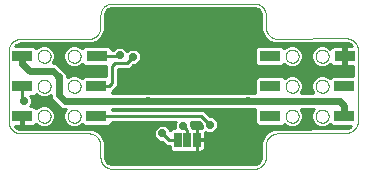
<source format=gbl>
G75*
%MOIN*%
%OFA0B0*%
%FSLAX25Y25*%
%IPPOS*%
%LPD*%
%AMOC8*
5,1,8,0,0,1.08239X$1,22.5*
%
%ADD10C,0.00000*%
%ADD11R,0.02500X0.05000*%
%ADD12R,0.07087X0.03543*%
%ADD13C,0.01000*%
%ADD14OC8,0.02420*%
%ADD15C,0.02400*%
D10*
X0045791Y0032012D02*
X0045915Y0032010D01*
X0046038Y0032004D01*
X0046162Y0031995D01*
X0046284Y0031981D01*
X0046407Y0031964D01*
X0046529Y0031942D01*
X0046650Y0031917D01*
X0046770Y0031888D01*
X0046889Y0031856D01*
X0047008Y0031819D01*
X0047125Y0031779D01*
X0047240Y0031736D01*
X0047355Y0031688D01*
X0047467Y0031637D01*
X0047578Y0031583D01*
X0047688Y0031525D01*
X0047795Y0031464D01*
X0047901Y0031399D01*
X0048004Y0031331D01*
X0048105Y0031260D01*
X0048204Y0031186D01*
X0048301Y0031109D01*
X0048395Y0031028D01*
X0048486Y0030945D01*
X0048575Y0030859D01*
X0048661Y0030770D01*
X0048744Y0030679D01*
X0048825Y0030585D01*
X0048902Y0030488D01*
X0048976Y0030389D01*
X0049047Y0030288D01*
X0049115Y0030185D01*
X0049180Y0030079D01*
X0049241Y0029972D01*
X0049299Y0029862D01*
X0049353Y0029751D01*
X0049404Y0029639D01*
X0049452Y0029524D01*
X0049495Y0029409D01*
X0049535Y0029292D01*
X0049572Y0029173D01*
X0049604Y0029054D01*
X0049633Y0028934D01*
X0049658Y0028813D01*
X0049680Y0028691D01*
X0049697Y0028568D01*
X0049711Y0028446D01*
X0049720Y0028322D01*
X0049726Y0028199D01*
X0049728Y0028075D01*
X0049728Y0024138D01*
X0049730Y0024014D01*
X0049736Y0023891D01*
X0049745Y0023767D01*
X0049759Y0023645D01*
X0049776Y0023522D01*
X0049798Y0023400D01*
X0049823Y0023279D01*
X0049852Y0023159D01*
X0049884Y0023040D01*
X0049921Y0022921D01*
X0049961Y0022804D01*
X0050004Y0022689D01*
X0050052Y0022574D01*
X0050103Y0022462D01*
X0050157Y0022351D01*
X0050215Y0022241D01*
X0050276Y0022134D01*
X0050341Y0022028D01*
X0050409Y0021925D01*
X0050480Y0021824D01*
X0050554Y0021725D01*
X0050631Y0021628D01*
X0050712Y0021534D01*
X0050795Y0021443D01*
X0050881Y0021354D01*
X0050970Y0021268D01*
X0051061Y0021185D01*
X0051155Y0021104D01*
X0051252Y0021027D01*
X0051351Y0020953D01*
X0051452Y0020882D01*
X0051555Y0020814D01*
X0051661Y0020749D01*
X0051768Y0020688D01*
X0051878Y0020630D01*
X0051989Y0020576D01*
X0052101Y0020525D01*
X0052216Y0020477D01*
X0052331Y0020434D01*
X0052448Y0020394D01*
X0052567Y0020357D01*
X0052686Y0020325D01*
X0052806Y0020296D01*
X0052927Y0020271D01*
X0053049Y0020249D01*
X0053172Y0020232D01*
X0053294Y0020218D01*
X0053418Y0020209D01*
X0053541Y0020203D01*
X0053665Y0020201D01*
X0100909Y0020201D01*
X0101033Y0020203D01*
X0101156Y0020209D01*
X0101280Y0020218D01*
X0101402Y0020232D01*
X0101525Y0020249D01*
X0101647Y0020271D01*
X0101768Y0020296D01*
X0101888Y0020325D01*
X0102007Y0020357D01*
X0102126Y0020394D01*
X0102243Y0020434D01*
X0102358Y0020477D01*
X0102473Y0020525D01*
X0102585Y0020576D01*
X0102696Y0020630D01*
X0102806Y0020688D01*
X0102913Y0020749D01*
X0103019Y0020814D01*
X0103122Y0020882D01*
X0103223Y0020953D01*
X0103322Y0021027D01*
X0103419Y0021104D01*
X0103513Y0021185D01*
X0103604Y0021268D01*
X0103693Y0021354D01*
X0103779Y0021443D01*
X0103862Y0021534D01*
X0103943Y0021628D01*
X0104020Y0021725D01*
X0104094Y0021824D01*
X0104165Y0021925D01*
X0104233Y0022028D01*
X0104298Y0022134D01*
X0104359Y0022241D01*
X0104417Y0022351D01*
X0104471Y0022462D01*
X0104522Y0022574D01*
X0104570Y0022689D01*
X0104613Y0022804D01*
X0104653Y0022921D01*
X0104690Y0023040D01*
X0104722Y0023159D01*
X0104751Y0023279D01*
X0104776Y0023400D01*
X0104798Y0023522D01*
X0104815Y0023645D01*
X0104829Y0023767D01*
X0104838Y0023891D01*
X0104844Y0024014D01*
X0104846Y0024138D01*
X0104846Y0028075D01*
X0104848Y0028199D01*
X0104854Y0028322D01*
X0104863Y0028446D01*
X0104877Y0028568D01*
X0104894Y0028691D01*
X0104916Y0028813D01*
X0104941Y0028934D01*
X0104970Y0029054D01*
X0105002Y0029173D01*
X0105039Y0029292D01*
X0105079Y0029409D01*
X0105122Y0029524D01*
X0105170Y0029639D01*
X0105221Y0029751D01*
X0105275Y0029862D01*
X0105333Y0029972D01*
X0105394Y0030079D01*
X0105459Y0030185D01*
X0105527Y0030288D01*
X0105598Y0030389D01*
X0105672Y0030488D01*
X0105749Y0030585D01*
X0105830Y0030679D01*
X0105913Y0030770D01*
X0105999Y0030859D01*
X0106088Y0030945D01*
X0106179Y0031028D01*
X0106273Y0031109D01*
X0106370Y0031186D01*
X0106469Y0031260D01*
X0106570Y0031331D01*
X0106673Y0031399D01*
X0106779Y0031464D01*
X0106886Y0031525D01*
X0106996Y0031583D01*
X0107107Y0031637D01*
X0107219Y0031688D01*
X0107334Y0031736D01*
X0107449Y0031779D01*
X0107566Y0031819D01*
X0107685Y0031856D01*
X0107804Y0031888D01*
X0107924Y0031917D01*
X0108045Y0031942D01*
X0108167Y0031964D01*
X0108290Y0031981D01*
X0108412Y0031995D01*
X0108536Y0032004D01*
X0108659Y0032010D01*
X0108783Y0032012D01*
X0131618Y0032209D01*
X0131742Y0032211D01*
X0131865Y0032217D01*
X0131989Y0032226D01*
X0132111Y0032240D01*
X0132234Y0032257D01*
X0132356Y0032279D01*
X0132477Y0032304D01*
X0132597Y0032333D01*
X0132716Y0032365D01*
X0132835Y0032402D01*
X0132952Y0032442D01*
X0133067Y0032485D01*
X0133182Y0032533D01*
X0133294Y0032584D01*
X0133405Y0032638D01*
X0133515Y0032696D01*
X0133622Y0032757D01*
X0133728Y0032822D01*
X0133831Y0032890D01*
X0133932Y0032961D01*
X0134031Y0033035D01*
X0134128Y0033112D01*
X0134222Y0033193D01*
X0134313Y0033276D01*
X0134402Y0033362D01*
X0134488Y0033451D01*
X0134571Y0033542D01*
X0134652Y0033636D01*
X0134729Y0033733D01*
X0134803Y0033832D01*
X0134874Y0033933D01*
X0134942Y0034036D01*
X0135007Y0034142D01*
X0135068Y0034249D01*
X0135126Y0034359D01*
X0135180Y0034470D01*
X0135231Y0034582D01*
X0135279Y0034697D01*
X0135322Y0034812D01*
X0135362Y0034929D01*
X0135399Y0035048D01*
X0135431Y0035167D01*
X0135460Y0035287D01*
X0135485Y0035408D01*
X0135507Y0035530D01*
X0135524Y0035653D01*
X0135538Y0035775D01*
X0135547Y0035899D01*
X0135553Y0036022D01*
X0135555Y0036146D01*
X0135555Y0059768D01*
X0135553Y0059892D01*
X0135547Y0060015D01*
X0135538Y0060139D01*
X0135524Y0060261D01*
X0135507Y0060384D01*
X0135485Y0060506D01*
X0135460Y0060627D01*
X0135431Y0060747D01*
X0135399Y0060866D01*
X0135362Y0060985D01*
X0135322Y0061102D01*
X0135279Y0061217D01*
X0135231Y0061332D01*
X0135180Y0061444D01*
X0135126Y0061555D01*
X0135068Y0061665D01*
X0135007Y0061772D01*
X0134942Y0061878D01*
X0134874Y0061981D01*
X0134803Y0062082D01*
X0134729Y0062181D01*
X0134652Y0062278D01*
X0134571Y0062372D01*
X0134488Y0062463D01*
X0134402Y0062552D01*
X0134313Y0062638D01*
X0134222Y0062721D01*
X0134128Y0062802D01*
X0134031Y0062879D01*
X0133932Y0062953D01*
X0133831Y0063024D01*
X0133728Y0063092D01*
X0133622Y0063157D01*
X0133515Y0063218D01*
X0133405Y0063276D01*
X0133294Y0063330D01*
X0133182Y0063381D01*
X0133067Y0063429D01*
X0132952Y0063472D01*
X0132835Y0063512D01*
X0132716Y0063549D01*
X0132597Y0063581D01*
X0132477Y0063610D01*
X0132356Y0063635D01*
X0132234Y0063657D01*
X0132111Y0063674D01*
X0131989Y0063688D01*
X0131865Y0063697D01*
X0131742Y0063703D01*
X0131618Y0063705D01*
X0108783Y0063508D01*
X0108659Y0063510D01*
X0108536Y0063516D01*
X0108412Y0063525D01*
X0108290Y0063539D01*
X0108167Y0063556D01*
X0108045Y0063578D01*
X0107924Y0063603D01*
X0107804Y0063632D01*
X0107685Y0063664D01*
X0107566Y0063701D01*
X0107449Y0063741D01*
X0107334Y0063784D01*
X0107219Y0063832D01*
X0107107Y0063883D01*
X0106996Y0063937D01*
X0106886Y0063995D01*
X0106779Y0064056D01*
X0106673Y0064121D01*
X0106570Y0064189D01*
X0106469Y0064260D01*
X0106370Y0064334D01*
X0106273Y0064411D01*
X0106179Y0064492D01*
X0106088Y0064575D01*
X0105999Y0064661D01*
X0105913Y0064750D01*
X0105830Y0064841D01*
X0105749Y0064935D01*
X0105672Y0065032D01*
X0105598Y0065131D01*
X0105527Y0065232D01*
X0105459Y0065335D01*
X0105394Y0065441D01*
X0105333Y0065548D01*
X0105275Y0065658D01*
X0105221Y0065769D01*
X0105170Y0065881D01*
X0105122Y0065996D01*
X0105079Y0066111D01*
X0105039Y0066228D01*
X0105002Y0066347D01*
X0104970Y0066466D01*
X0104941Y0066586D01*
X0104916Y0066707D01*
X0104894Y0066829D01*
X0104877Y0066952D01*
X0104863Y0067074D01*
X0104854Y0067198D01*
X0104848Y0067321D01*
X0104846Y0067445D01*
X0104846Y0071382D01*
X0104844Y0071506D01*
X0104838Y0071629D01*
X0104829Y0071753D01*
X0104815Y0071875D01*
X0104798Y0071998D01*
X0104776Y0072120D01*
X0104751Y0072241D01*
X0104722Y0072361D01*
X0104690Y0072480D01*
X0104653Y0072599D01*
X0104613Y0072716D01*
X0104570Y0072831D01*
X0104522Y0072946D01*
X0104471Y0073058D01*
X0104417Y0073169D01*
X0104359Y0073279D01*
X0104298Y0073386D01*
X0104233Y0073492D01*
X0104165Y0073595D01*
X0104094Y0073696D01*
X0104020Y0073795D01*
X0103943Y0073892D01*
X0103862Y0073986D01*
X0103779Y0074077D01*
X0103693Y0074166D01*
X0103604Y0074252D01*
X0103513Y0074335D01*
X0103419Y0074416D01*
X0103322Y0074493D01*
X0103223Y0074567D01*
X0103122Y0074638D01*
X0103019Y0074706D01*
X0102913Y0074771D01*
X0102806Y0074832D01*
X0102696Y0074890D01*
X0102585Y0074944D01*
X0102473Y0074995D01*
X0102358Y0075043D01*
X0102243Y0075086D01*
X0102126Y0075126D01*
X0102007Y0075163D01*
X0101888Y0075195D01*
X0101768Y0075224D01*
X0101647Y0075249D01*
X0101525Y0075271D01*
X0101402Y0075288D01*
X0101280Y0075302D01*
X0101156Y0075311D01*
X0101033Y0075317D01*
X0100909Y0075319D01*
X0053665Y0075319D01*
X0053541Y0075317D01*
X0053418Y0075311D01*
X0053294Y0075302D01*
X0053172Y0075288D01*
X0053049Y0075271D01*
X0052927Y0075249D01*
X0052806Y0075224D01*
X0052686Y0075195D01*
X0052567Y0075163D01*
X0052448Y0075126D01*
X0052331Y0075086D01*
X0052216Y0075043D01*
X0052101Y0074995D01*
X0051989Y0074944D01*
X0051878Y0074890D01*
X0051768Y0074832D01*
X0051661Y0074771D01*
X0051555Y0074706D01*
X0051452Y0074638D01*
X0051351Y0074567D01*
X0051252Y0074493D01*
X0051155Y0074416D01*
X0051061Y0074335D01*
X0050970Y0074252D01*
X0050881Y0074166D01*
X0050795Y0074077D01*
X0050712Y0073986D01*
X0050631Y0073892D01*
X0050554Y0073795D01*
X0050480Y0073696D01*
X0050409Y0073595D01*
X0050341Y0073492D01*
X0050276Y0073386D01*
X0050215Y0073279D01*
X0050157Y0073169D01*
X0050103Y0073058D01*
X0050052Y0072946D01*
X0050004Y0072831D01*
X0049961Y0072716D01*
X0049921Y0072599D01*
X0049884Y0072480D01*
X0049852Y0072361D01*
X0049823Y0072241D01*
X0049798Y0072120D01*
X0049776Y0071998D01*
X0049759Y0071875D01*
X0049745Y0071753D01*
X0049736Y0071629D01*
X0049730Y0071506D01*
X0049728Y0071382D01*
X0049728Y0067445D01*
X0049726Y0067321D01*
X0049720Y0067198D01*
X0049711Y0067074D01*
X0049697Y0066952D01*
X0049680Y0066829D01*
X0049658Y0066707D01*
X0049633Y0066586D01*
X0049604Y0066466D01*
X0049572Y0066347D01*
X0049535Y0066228D01*
X0049495Y0066111D01*
X0049452Y0065996D01*
X0049404Y0065881D01*
X0049353Y0065769D01*
X0049299Y0065658D01*
X0049241Y0065548D01*
X0049180Y0065441D01*
X0049115Y0065335D01*
X0049047Y0065232D01*
X0048976Y0065131D01*
X0048902Y0065032D01*
X0048825Y0064935D01*
X0048744Y0064841D01*
X0048661Y0064750D01*
X0048575Y0064661D01*
X0048486Y0064575D01*
X0048395Y0064492D01*
X0048301Y0064411D01*
X0048204Y0064334D01*
X0048105Y0064260D01*
X0048004Y0064189D01*
X0047901Y0064121D01*
X0047795Y0064056D01*
X0047688Y0063995D01*
X0047578Y0063937D01*
X0047467Y0063883D01*
X0047355Y0063832D01*
X0047240Y0063784D01*
X0047125Y0063741D01*
X0047008Y0063701D01*
X0046889Y0063664D01*
X0046770Y0063632D01*
X0046650Y0063603D01*
X0046529Y0063578D01*
X0046407Y0063556D01*
X0046284Y0063539D01*
X0046162Y0063525D01*
X0046038Y0063516D01*
X0045915Y0063510D01*
X0045791Y0063508D01*
X0023094Y0063508D01*
X0022970Y0063506D01*
X0022847Y0063500D01*
X0022723Y0063491D01*
X0022601Y0063477D01*
X0022478Y0063460D01*
X0022356Y0063438D01*
X0022235Y0063413D01*
X0022115Y0063384D01*
X0021996Y0063352D01*
X0021877Y0063315D01*
X0021760Y0063275D01*
X0021645Y0063232D01*
X0021530Y0063184D01*
X0021418Y0063133D01*
X0021307Y0063079D01*
X0021197Y0063021D01*
X0021090Y0062960D01*
X0020984Y0062895D01*
X0020881Y0062827D01*
X0020780Y0062756D01*
X0020681Y0062682D01*
X0020584Y0062605D01*
X0020490Y0062524D01*
X0020399Y0062441D01*
X0020310Y0062355D01*
X0020224Y0062266D01*
X0020141Y0062175D01*
X0020060Y0062081D01*
X0019983Y0061984D01*
X0019909Y0061885D01*
X0019838Y0061784D01*
X0019770Y0061681D01*
X0019705Y0061575D01*
X0019644Y0061468D01*
X0019586Y0061358D01*
X0019532Y0061247D01*
X0019481Y0061135D01*
X0019433Y0061020D01*
X0019390Y0060905D01*
X0019350Y0060788D01*
X0019313Y0060669D01*
X0019281Y0060550D01*
X0019252Y0060430D01*
X0019227Y0060309D01*
X0019205Y0060187D01*
X0019188Y0060064D01*
X0019174Y0059942D01*
X0019165Y0059818D01*
X0019159Y0059695D01*
X0019157Y0059571D01*
X0019157Y0035949D01*
X0019159Y0035825D01*
X0019165Y0035702D01*
X0019174Y0035578D01*
X0019188Y0035456D01*
X0019205Y0035333D01*
X0019227Y0035211D01*
X0019252Y0035090D01*
X0019281Y0034970D01*
X0019313Y0034851D01*
X0019350Y0034732D01*
X0019390Y0034615D01*
X0019433Y0034500D01*
X0019481Y0034385D01*
X0019532Y0034273D01*
X0019586Y0034162D01*
X0019644Y0034052D01*
X0019705Y0033945D01*
X0019770Y0033839D01*
X0019838Y0033736D01*
X0019909Y0033635D01*
X0019983Y0033536D01*
X0020060Y0033439D01*
X0020141Y0033345D01*
X0020224Y0033254D01*
X0020310Y0033165D01*
X0020399Y0033079D01*
X0020490Y0032996D01*
X0020584Y0032915D01*
X0020681Y0032838D01*
X0020780Y0032764D01*
X0020881Y0032693D01*
X0020984Y0032625D01*
X0021090Y0032560D01*
X0021197Y0032499D01*
X0021307Y0032441D01*
X0021418Y0032387D01*
X0021530Y0032336D01*
X0021645Y0032288D01*
X0021760Y0032245D01*
X0021877Y0032205D01*
X0021996Y0032168D01*
X0022115Y0032136D01*
X0022235Y0032107D01*
X0022356Y0032082D01*
X0022478Y0032060D01*
X0022601Y0032043D01*
X0022723Y0032029D01*
X0022847Y0032020D01*
X0022970Y0032014D01*
X0023094Y0032012D01*
X0045791Y0032012D01*
X0038784Y0037760D02*
X0038786Y0037853D01*
X0038792Y0037945D01*
X0038802Y0038037D01*
X0038816Y0038128D01*
X0038833Y0038219D01*
X0038855Y0038309D01*
X0038880Y0038398D01*
X0038909Y0038486D01*
X0038942Y0038572D01*
X0038979Y0038657D01*
X0039019Y0038741D01*
X0039063Y0038822D01*
X0039110Y0038902D01*
X0039160Y0038980D01*
X0039214Y0039055D01*
X0039271Y0039128D01*
X0039331Y0039198D01*
X0039394Y0039266D01*
X0039460Y0039331D01*
X0039528Y0039393D01*
X0039599Y0039453D01*
X0039673Y0039509D01*
X0039749Y0039562D01*
X0039827Y0039611D01*
X0039907Y0039658D01*
X0039989Y0039700D01*
X0040073Y0039740D01*
X0040158Y0039775D01*
X0040245Y0039807D01*
X0040333Y0039836D01*
X0040422Y0039860D01*
X0040512Y0039881D01*
X0040603Y0039897D01*
X0040695Y0039910D01*
X0040787Y0039919D01*
X0040880Y0039924D01*
X0040972Y0039925D01*
X0041065Y0039922D01*
X0041157Y0039915D01*
X0041249Y0039904D01*
X0041340Y0039889D01*
X0041431Y0039871D01*
X0041521Y0039848D01*
X0041609Y0039822D01*
X0041697Y0039792D01*
X0041783Y0039758D01*
X0041867Y0039721D01*
X0041950Y0039679D01*
X0042031Y0039635D01*
X0042111Y0039587D01*
X0042188Y0039536D01*
X0042262Y0039481D01*
X0042335Y0039423D01*
X0042405Y0039363D01*
X0042472Y0039299D01*
X0042536Y0039233D01*
X0042598Y0039163D01*
X0042656Y0039092D01*
X0042711Y0039018D01*
X0042763Y0038941D01*
X0042812Y0038862D01*
X0042858Y0038782D01*
X0042900Y0038699D01*
X0042938Y0038615D01*
X0042973Y0038529D01*
X0043004Y0038442D01*
X0043031Y0038354D01*
X0043054Y0038264D01*
X0043074Y0038174D01*
X0043090Y0038083D01*
X0043102Y0037991D01*
X0043110Y0037899D01*
X0043114Y0037806D01*
X0043114Y0037714D01*
X0043110Y0037621D01*
X0043102Y0037529D01*
X0043090Y0037437D01*
X0043074Y0037346D01*
X0043054Y0037256D01*
X0043031Y0037166D01*
X0043004Y0037078D01*
X0042973Y0036991D01*
X0042938Y0036905D01*
X0042900Y0036821D01*
X0042858Y0036738D01*
X0042812Y0036658D01*
X0042763Y0036579D01*
X0042711Y0036502D01*
X0042656Y0036428D01*
X0042598Y0036357D01*
X0042536Y0036287D01*
X0042472Y0036221D01*
X0042405Y0036157D01*
X0042335Y0036097D01*
X0042262Y0036039D01*
X0042188Y0035984D01*
X0042111Y0035933D01*
X0042032Y0035885D01*
X0041950Y0035841D01*
X0041867Y0035799D01*
X0041783Y0035762D01*
X0041697Y0035728D01*
X0041609Y0035698D01*
X0041521Y0035672D01*
X0041431Y0035649D01*
X0041340Y0035631D01*
X0041249Y0035616D01*
X0041157Y0035605D01*
X0041065Y0035598D01*
X0040972Y0035595D01*
X0040880Y0035596D01*
X0040787Y0035601D01*
X0040695Y0035610D01*
X0040603Y0035623D01*
X0040512Y0035639D01*
X0040422Y0035660D01*
X0040333Y0035684D01*
X0040245Y0035713D01*
X0040158Y0035745D01*
X0040073Y0035780D01*
X0039989Y0035820D01*
X0039907Y0035862D01*
X0039827Y0035909D01*
X0039749Y0035958D01*
X0039673Y0036011D01*
X0039599Y0036067D01*
X0039528Y0036127D01*
X0039460Y0036189D01*
X0039394Y0036254D01*
X0039331Y0036322D01*
X0039271Y0036392D01*
X0039214Y0036465D01*
X0039160Y0036540D01*
X0039110Y0036618D01*
X0039063Y0036698D01*
X0039019Y0036779D01*
X0038979Y0036863D01*
X0038942Y0036948D01*
X0038909Y0037034D01*
X0038880Y0037122D01*
X0038855Y0037211D01*
X0038833Y0037301D01*
X0038816Y0037392D01*
X0038802Y0037483D01*
X0038792Y0037575D01*
X0038786Y0037667D01*
X0038784Y0037760D01*
X0028784Y0037760D02*
X0028786Y0037853D01*
X0028792Y0037945D01*
X0028802Y0038037D01*
X0028816Y0038128D01*
X0028833Y0038219D01*
X0028855Y0038309D01*
X0028880Y0038398D01*
X0028909Y0038486D01*
X0028942Y0038572D01*
X0028979Y0038657D01*
X0029019Y0038741D01*
X0029063Y0038822D01*
X0029110Y0038902D01*
X0029160Y0038980D01*
X0029214Y0039055D01*
X0029271Y0039128D01*
X0029331Y0039198D01*
X0029394Y0039266D01*
X0029460Y0039331D01*
X0029528Y0039393D01*
X0029599Y0039453D01*
X0029673Y0039509D01*
X0029749Y0039562D01*
X0029827Y0039611D01*
X0029907Y0039658D01*
X0029989Y0039700D01*
X0030073Y0039740D01*
X0030158Y0039775D01*
X0030245Y0039807D01*
X0030333Y0039836D01*
X0030422Y0039860D01*
X0030512Y0039881D01*
X0030603Y0039897D01*
X0030695Y0039910D01*
X0030787Y0039919D01*
X0030880Y0039924D01*
X0030972Y0039925D01*
X0031065Y0039922D01*
X0031157Y0039915D01*
X0031249Y0039904D01*
X0031340Y0039889D01*
X0031431Y0039871D01*
X0031521Y0039848D01*
X0031609Y0039822D01*
X0031697Y0039792D01*
X0031783Y0039758D01*
X0031867Y0039721D01*
X0031950Y0039679D01*
X0032031Y0039635D01*
X0032111Y0039587D01*
X0032188Y0039536D01*
X0032262Y0039481D01*
X0032335Y0039423D01*
X0032405Y0039363D01*
X0032472Y0039299D01*
X0032536Y0039233D01*
X0032598Y0039163D01*
X0032656Y0039092D01*
X0032711Y0039018D01*
X0032763Y0038941D01*
X0032812Y0038862D01*
X0032858Y0038782D01*
X0032900Y0038699D01*
X0032938Y0038615D01*
X0032973Y0038529D01*
X0033004Y0038442D01*
X0033031Y0038354D01*
X0033054Y0038264D01*
X0033074Y0038174D01*
X0033090Y0038083D01*
X0033102Y0037991D01*
X0033110Y0037899D01*
X0033114Y0037806D01*
X0033114Y0037714D01*
X0033110Y0037621D01*
X0033102Y0037529D01*
X0033090Y0037437D01*
X0033074Y0037346D01*
X0033054Y0037256D01*
X0033031Y0037166D01*
X0033004Y0037078D01*
X0032973Y0036991D01*
X0032938Y0036905D01*
X0032900Y0036821D01*
X0032858Y0036738D01*
X0032812Y0036658D01*
X0032763Y0036579D01*
X0032711Y0036502D01*
X0032656Y0036428D01*
X0032598Y0036357D01*
X0032536Y0036287D01*
X0032472Y0036221D01*
X0032405Y0036157D01*
X0032335Y0036097D01*
X0032262Y0036039D01*
X0032188Y0035984D01*
X0032111Y0035933D01*
X0032032Y0035885D01*
X0031950Y0035841D01*
X0031867Y0035799D01*
X0031783Y0035762D01*
X0031697Y0035728D01*
X0031609Y0035698D01*
X0031521Y0035672D01*
X0031431Y0035649D01*
X0031340Y0035631D01*
X0031249Y0035616D01*
X0031157Y0035605D01*
X0031065Y0035598D01*
X0030972Y0035595D01*
X0030880Y0035596D01*
X0030787Y0035601D01*
X0030695Y0035610D01*
X0030603Y0035623D01*
X0030512Y0035639D01*
X0030422Y0035660D01*
X0030333Y0035684D01*
X0030245Y0035713D01*
X0030158Y0035745D01*
X0030073Y0035780D01*
X0029989Y0035820D01*
X0029907Y0035862D01*
X0029827Y0035909D01*
X0029749Y0035958D01*
X0029673Y0036011D01*
X0029599Y0036067D01*
X0029528Y0036127D01*
X0029460Y0036189D01*
X0029394Y0036254D01*
X0029331Y0036322D01*
X0029271Y0036392D01*
X0029214Y0036465D01*
X0029160Y0036540D01*
X0029110Y0036618D01*
X0029063Y0036698D01*
X0029019Y0036779D01*
X0028979Y0036863D01*
X0028942Y0036948D01*
X0028909Y0037034D01*
X0028880Y0037122D01*
X0028855Y0037211D01*
X0028833Y0037301D01*
X0028816Y0037392D01*
X0028802Y0037483D01*
X0028792Y0037575D01*
X0028786Y0037667D01*
X0028784Y0037760D01*
X0028784Y0047760D02*
X0028786Y0047853D01*
X0028792Y0047945D01*
X0028802Y0048037D01*
X0028816Y0048128D01*
X0028833Y0048219D01*
X0028855Y0048309D01*
X0028880Y0048398D01*
X0028909Y0048486D01*
X0028942Y0048572D01*
X0028979Y0048657D01*
X0029019Y0048741D01*
X0029063Y0048822D01*
X0029110Y0048902D01*
X0029160Y0048980D01*
X0029214Y0049055D01*
X0029271Y0049128D01*
X0029331Y0049198D01*
X0029394Y0049266D01*
X0029460Y0049331D01*
X0029528Y0049393D01*
X0029599Y0049453D01*
X0029673Y0049509D01*
X0029749Y0049562D01*
X0029827Y0049611D01*
X0029907Y0049658D01*
X0029989Y0049700D01*
X0030073Y0049740D01*
X0030158Y0049775D01*
X0030245Y0049807D01*
X0030333Y0049836D01*
X0030422Y0049860D01*
X0030512Y0049881D01*
X0030603Y0049897D01*
X0030695Y0049910D01*
X0030787Y0049919D01*
X0030880Y0049924D01*
X0030972Y0049925D01*
X0031065Y0049922D01*
X0031157Y0049915D01*
X0031249Y0049904D01*
X0031340Y0049889D01*
X0031431Y0049871D01*
X0031521Y0049848D01*
X0031609Y0049822D01*
X0031697Y0049792D01*
X0031783Y0049758D01*
X0031867Y0049721D01*
X0031950Y0049679D01*
X0032031Y0049635D01*
X0032111Y0049587D01*
X0032188Y0049536D01*
X0032262Y0049481D01*
X0032335Y0049423D01*
X0032405Y0049363D01*
X0032472Y0049299D01*
X0032536Y0049233D01*
X0032598Y0049163D01*
X0032656Y0049092D01*
X0032711Y0049018D01*
X0032763Y0048941D01*
X0032812Y0048862D01*
X0032858Y0048782D01*
X0032900Y0048699D01*
X0032938Y0048615D01*
X0032973Y0048529D01*
X0033004Y0048442D01*
X0033031Y0048354D01*
X0033054Y0048264D01*
X0033074Y0048174D01*
X0033090Y0048083D01*
X0033102Y0047991D01*
X0033110Y0047899D01*
X0033114Y0047806D01*
X0033114Y0047714D01*
X0033110Y0047621D01*
X0033102Y0047529D01*
X0033090Y0047437D01*
X0033074Y0047346D01*
X0033054Y0047256D01*
X0033031Y0047166D01*
X0033004Y0047078D01*
X0032973Y0046991D01*
X0032938Y0046905D01*
X0032900Y0046821D01*
X0032858Y0046738D01*
X0032812Y0046658D01*
X0032763Y0046579D01*
X0032711Y0046502D01*
X0032656Y0046428D01*
X0032598Y0046357D01*
X0032536Y0046287D01*
X0032472Y0046221D01*
X0032405Y0046157D01*
X0032335Y0046097D01*
X0032262Y0046039D01*
X0032188Y0045984D01*
X0032111Y0045933D01*
X0032032Y0045885D01*
X0031950Y0045841D01*
X0031867Y0045799D01*
X0031783Y0045762D01*
X0031697Y0045728D01*
X0031609Y0045698D01*
X0031521Y0045672D01*
X0031431Y0045649D01*
X0031340Y0045631D01*
X0031249Y0045616D01*
X0031157Y0045605D01*
X0031065Y0045598D01*
X0030972Y0045595D01*
X0030880Y0045596D01*
X0030787Y0045601D01*
X0030695Y0045610D01*
X0030603Y0045623D01*
X0030512Y0045639D01*
X0030422Y0045660D01*
X0030333Y0045684D01*
X0030245Y0045713D01*
X0030158Y0045745D01*
X0030073Y0045780D01*
X0029989Y0045820D01*
X0029907Y0045862D01*
X0029827Y0045909D01*
X0029749Y0045958D01*
X0029673Y0046011D01*
X0029599Y0046067D01*
X0029528Y0046127D01*
X0029460Y0046189D01*
X0029394Y0046254D01*
X0029331Y0046322D01*
X0029271Y0046392D01*
X0029214Y0046465D01*
X0029160Y0046540D01*
X0029110Y0046618D01*
X0029063Y0046698D01*
X0029019Y0046779D01*
X0028979Y0046863D01*
X0028942Y0046948D01*
X0028909Y0047034D01*
X0028880Y0047122D01*
X0028855Y0047211D01*
X0028833Y0047301D01*
X0028816Y0047392D01*
X0028802Y0047483D01*
X0028792Y0047575D01*
X0028786Y0047667D01*
X0028784Y0047760D01*
X0038784Y0047760D02*
X0038786Y0047853D01*
X0038792Y0047945D01*
X0038802Y0048037D01*
X0038816Y0048128D01*
X0038833Y0048219D01*
X0038855Y0048309D01*
X0038880Y0048398D01*
X0038909Y0048486D01*
X0038942Y0048572D01*
X0038979Y0048657D01*
X0039019Y0048741D01*
X0039063Y0048822D01*
X0039110Y0048902D01*
X0039160Y0048980D01*
X0039214Y0049055D01*
X0039271Y0049128D01*
X0039331Y0049198D01*
X0039394Y0049266D01*
X0039460Y0049331D01*
X0039528Y0049393D01*
X0039599Y0049453D01*
X0039673Y0049509D01*
X0039749Y0049562D01*
X0039827Y0049611D01*
X0039907Y0049658D01*
X0039989Y0049700D01*
X0040073Y0049740D01*
X0040158Y0049775D01*
X0040245Y0049807D01*
X0040333Y0049836D01*
X0040422Y0049860D01*
X0040512Y0049881D01*
X0040603Y0049897D01*
X0040695Y0049910D01*
X0040787Y0049919D01*
X0040880Y0049924D01*
X0040972Y0049925D01*
X0041065Y0049922D01*
X0041157Y0049915D01*
X0041249Y0049904D01*
X0041340Y0049889D01*
X0041431Y0049871D01*
X0041521Y0049848D01*
X0041609Y0049822D01*
X0041697Y0049792D01*
X0041783Y0049758D01*
X0041867Y0049721D01*
X0041950Y0049679D01*
X0042031Y0049635D01*
X0042111Y0049587D01*
X0042188Y0049536D01*
X0042262Y0049481D01*
X0042335Y0049423D01*
X0042405Y0049363D01*
X0042472Y0049299D01*
X0042536Y0049233D01*
X0042598Y0049163D01*
X0042656Y0049092D01*
X0042711Y0049018D01*
X0042763Y0048941D01*
X0042812Y0048862D01*
X0042858Y0048782D01*
X0042900Y0048699D01*
X0042938Y0048615D01*
X0042973Y0048529D01*
X0043004Y0048442D01*
X0043031Y0048354D01*
X0043054Y0048264D01*
X0043074Y0048174D01*
X0043090Y0048083D01*
X0043102Y0047991D01*
X0043110Y0047899D01*
X0043114Y0047806D01*
X0043114Y0047714D01*
X0043110Y0047621D01*
X0043102Y0047529D01*
X0043090Y0047437D01*
X0043074Y0047346D01*
X0043054Y0047256D01*
X0043031Y0047166D01*
X0043004Y0047078D01*
X0042973Y0046991D01*
X0042938Y0046905D01*
X0042900Y0046821D01*
X0042858Y0046738D01*
X0042812Y0046658D01*
X0042763Y0046579D01*
X0042711Y0046502D01*
X0042656Y0046428D01*
X0042598Y0046357D01*
X0042536Y0046287D01*
X0042472Y0046221D01*
X0042405Y0046157D01*
X0042335Y0046097D01*
X0042262Y0046039D01*
X0042188Y0045984D01*
X0042111Y0045933D01*
X0042032Y0045885D01*
X0041950Y0045841D01*
X0041867Y0045799D01*
X0041783Y0045762D01*
X0041697Y0045728D01*
X0041609Y0045698D01*
X0041521Y0045672D01*
X0041431Y0045649D01*
X0041340Y0045631D01*
X0041249Y0045616D01*
X0041157Y0045605D01*
X0041065Y0045598D01*
X0040972Y0045595D01*
X0040880Y0045596D01*
X0040787Y0045601D01*
X0040695Y0045610D01*
X0040603Y0045623D01*
X0040512Y0045639D01*
X0040422Y0045660D01*
X0040333Y0045684D01*
X0040245Y0045713D01*
X0040158Y0045745D01*
X0040073Y0045780D01*
X0039989Y0045820D01*
X0039907Y0045862D01*
X0039827Y0045909D01*
X0039749Y0045958D01*
X0039673Y0046011D01*
X0039599Y0046067D01*
X0039528Y0046127D01*
X0039460Y0046189D01*
X0039394Y0046254D01*
X0039331Y0046322D01*
X0039271Y0046392D01*
X0039214Y0046465D01*
X0039160Y0046540D01*
X0039110Y0046618D01*
X0039063Y0046698D01*
X0039019Y0046779D01*
X0038979Y0046863D01*
X0038942Y0046948D01*
X0038909Y0047034D01*
X0038880Y0047122D01*
X0038855Y0047211D01*
X0038833Y0047301D01*
X0038816Y0047392D01*
X0038802Y0047483D01*
X0038792Y0047575D01*
X0038786Y0047667D01*
X0038784Y0047760D01*
X0038784Y0057760D02*
X0038786Y0057853D01*
X0038792Y0057945D01*
X0038802Y0058037D01*
X0038816Y0058128D01*
X0038833Y0058219D01*
X0038855Y0058309D01*
X0038880Y0058398D01*
X0038909Y0058486D01*
X0038942Y0058572D01*
X0038979Y0058657D01*
X0039019Y0058741D01*
X0039063Y0058822D01*
X0039110Y0058902D01*
X0039160Y0058980D01*
X0039214Y0059055D01*
X0039271Y0059128D01*
X0039331Y0059198D01*
X0039394Y0059266D01*
X0039460Y0059331D01*
X0039528Y0059393D01*
X0039599Y0059453D01*
X0039673Y0059509D01*
X0039749Y0059562D01*
X0039827Y0059611D01*
X0039907Y0059658D01*
X0039989Y0059700D01*
X0040073Y0059740D01*
X0040158Y0059775D01*
X0040245Y0059807D01*
X0040333Y0059836D01*
X0040422Y0059860D01*
X0040512Y0059881D01*
X0040603Y0059897D01*
X0040695Y0059910D01*
X0040787Y0059919D01*
X0040880Y0059924D01*
X0040972Y0059925D01*
X0041065Y0059922D01*
X0041157Y0059915D01*
X0041249Y0059904D01*
X0041340Y0059889D01*
X0041431Y0059871D01*
X0041521Y0059848D01*
X0041609Y0059822D01*
X0041697Y0059792D01*
X0041783Y0059758D01*
X0041867Y0059721D01*
X0041950Y0059679D01*
X0042031Y0059635D01*
X0042111Y0059587D01*
X0042188Y0059536D01*
X0042262Y0059481D01*
X0042335Y0059423D01*
X0042405Y0059363D01*
X0042472Y0059299D01*
X0042536Y0059233D01*
X0042598Y0059163D01*
X0042656Y0059092D01*
X0042711Y0059018D01*
X0042763Y0058941D01*
X0042812Y0058862D01*
X0042858Y0058782D01*
X0042900Y0058699D01*
X0042938Y0058615D01*
X0042973Y0058529D01*
X0043004Y0058442D01*
X0043031Y0058354D01*
X0043054Y0058264D01*
X0043074Y0058174D01*
X0043090Y0058083D01*
X0043102Y0057991D01*
X0043110Y0057899D01*
X0043114Y0057806D01*
X0043114Y0057714D01*
X0043110Y0057621D01*
X0043102Y0057529D01*
X0043090Y0057437D01*
X0043074Y0057346D01*
X0043054Y0057256D01*
X0043031Y0057166D01*
X0043004Y0057078D01*
X0042973Y0056991D01*
X0042938Y0056905D01*
X0042900Y0056821D01*
X0042858Y0056738D01*
X0042812Y0056658D01*
X0042763Y0056579D01*
X0042711Y0056502D01*
X0042656Y0056428D01*
X0042598Y0056357D01*
X0042536Y0056287D01*
X0042472Y0056221D01*
X0042405Y0056157D01*
X0042335Y0056097D01*
X0042262Y0056039D01*
X0042188Y0055984D01*
X0042111Y0055933D01*
X0042032Y0055885D01*
X0041950Y0055841D01*
X0041867Y0055799D01*
X0041783Y0055762D01*
X0041697Y0055728D01*
X0041609Y0055698D01*
X0041521Y0055672D01*
X0041431Y0055649D01*
X0041340Y0055631D01*
X0041249Y0055616D01*
X0041157Y0055605D01*
X0041065Y0055598D01*
X0040972Y0055595D01*
X0040880Y0055596D01*
X0040787Y0055601D01*
X0040695Y0055610D01*
X0040603Y0055623D01*
X0040512Y0055639D01*
X0040422Y0055660D01*
X0040333Y0055684D01*
X0040245Y0055713D01*
X0040158Y0055745D01*
X0040073Y0055780D01*
X0039989Y0055820D01*
X0039907Y0055862D01*
X0039827Y0055909D01*
X0039749Y0055958D01*
X0039673Y0056011D01*
X0039599Y0056067D01*
X0039528Y0056127D01*
X0039460Y0056189D01*
X0039394Y0056254D01*
X0039331Y0056322D01*
X0039271Y0056392D01*
X0039214Y0056465D01*
X0039160Y0056540D01*
X0039110Y0056618D01*
X0039063Y0056698D01*
X0039019Y0056779D01*
X0038979Y0056863D01*
X0038942Y0056948D01*
X0038909Y0057034D01*
X0038880Y0057122D01*
X0038855Y0057211D01*
X0038833Y0057301D01*
X0038816Y0057392D01*
X0038802Y0057483D01*
X0038792Y0057575D01*
X0038786Y0057667D01*
X0038784Y0057760D01*
X0028784Y0057760D02*
X0028786Y0057853D01*
X0028792Y0057945D01*
X0028802Y0058037D01*
X0028816Y0058128D01*
X0028833Y0058219D01*
X0028855Y0058309D01*
X0028880Y0058398D01*
X0028909Y0058486D01*
X0028942Y0058572D01*
X0028979Y0058657D01*
X0029019Y0058741D01*
X0029063Y0058822D01*
X0029110Y0058902D01*
X0029160Y0058980D01*
X0029214Y0059055D01*
X0029271Y0059128D01*
X0029331Y0059198D01*
X0029394Y0059266D01*
X0029460Y0059331D01*
X0029528Y0059393D01*
X0029599Y0059453D01*
X0029673Y0059509D01*
X0029749Y0059562D01*
X0029827Y0059611D01*
X0029907Y0059658D01*
X0029989Y0059700D01*
X0030073Y0059740D01*
X0030158Y0059775D01*
X0030245Y0059807D01*
X0030333Y0059836D01*
X0030422Y0059860D01*
X0030512Y0059881D01*
X0030603Y0059897D01*
X0030695Y0059910D01*
X0030787Y0059919D01*
X0030880Y0059924D01*
X0030972Y0059925D01*
X0031065Y0059922D01*
X0031157Y0059915D01*
X0031249Y0059904D01*
X0031340Y0059889D01*
X0031431Y0059871D01*
X0031521Y0059848D01*
X0031609Y0059822D01*
X0031697Y0059792D01*
X0031783Y0059758D01*
X0031867Y0059721D01*
X0031950Y0059679D01*
X0032031Y0059635D01*
X0032111Y0059587D01*
X0032188Y0059536D01*
X0032262Y0059481D01*
X0032335Y0059423D01*
X0032405Y0059363D01*
X0032472Y0059299D01*
X0032536Y0059233D01*
X0032598Y0059163D01*
X0032656Y0059092D01*
X0032711Y0059018D01*
X0032763Y0058941D01*
X0032812Y0058862D01*
X0032858Y0058782D01*
X0032900Y0058699D01*
X0032938Y0058615D01*
X0032973Y0058529D01*
X0033004Y0058442D01*
X0033031Y0058354D01*
X0033054Y0058264D01*
X0033074Y0058174D01*
X0033090Y0058083D01*
X0033102Y0057991D01*
X0033110Y0057899D01*
X0033114Y0057806D01*
X0033114Y0057714D01*
X0033110Y0057621D01*
X0033102Y0057529D01*
X0033090Y0057437D01*
X0033074Y0057346D01*
X0033054Y0057256D01*
X0033031Y0057166D01*
X0033004Y0057078D01*
X0032973Y0056991D01*
X0032938Y0056905D01*
X0032900Y0056821D01*
X0032858Y0056738D01*
X0032812Y0056658D01*
X0032763Y0056579D01*
X0032711Y0056502D01*
X0032656Y0056428D01*
X0032598Y0056357D01*
X0032536Y0056287D01*
X0032472Y0056221D01*
X0032405Y0056157D01*
X0032335Y0056097D01*
X0032262Y0056039D01*
X0032188Y0055984D01*
X0032111Y0055933D01*
X0032032Y0055885D01*
X0031950Y0055841D01*
X0031867Y0055799D01*
X0031783Y0055762D01*
X0031697Y0055728D01*
X0031609Y0055698D01*
X0031521Y0055672D01*
X0031431Y0055649D01*
X0031340Y0055631D01*
X0031249Y0055616D01*
X0031157Y0055605D01*
X0031065Y0055598D01*
X0030972Y0055595D01*
X0030880Y0055596D01*
X0030787Y0055601D01*
X0030695Y0055610D01*
X0030603Y0055623D01*
X0030512Y0055639D01*
X0030422Y0055660D01*
X0030333Y0055684D01*
X0030245Y0055713D01*
X0030158Y0055745D01*
X0030073Y0055780D01*
X0029989Y0055820D01*
X0029907Y0055862D01*
X0029827Y0055909D01*
X0029749Y0055958D01*
X0029673Y0056011D01*
X0029599Y0056067D01*
X0029528Y0056127D01*
X0029460Y0056189D01*
X0029394Y0056254D01*
X0029331Y0056322D01*
X0029271Y0056392D01*
X0029214Y0056465D01*
X0029160Y0056540D01*
X0029110Y0056618D01*
X0029063Y0056698D01*
X0029019Y0056779D01*
X0028979Y0056863D01*
X0028942Y0056948D01*
X0028909Y0057034D01*
X0028880Y0057122D01*
X0028855Y0057211D01*
X0028833Y0057301D01*
X0028816Y0057392D01*
X0028802Y0057483D01*
X0028792Y0057575D01*
X0028786Y0057667D01*
X0028784Y0057760D01*
X0111461Y0057760D02*
X0111463Y0057853D01*
X0111469Y0057945D01*
X0111479Y0058037D01*
X0111493Y0058128D01*
X0111510Y0058219D01*
X0111532Y0058309D01*
X0111557Y0058398D01*
X0111586Y0058486D01*
X0111619Y0058572D01*
X0111656Y0058657D01*
X0111696Y0058741D01*
X0111740Y0058822D01*
X0111787Y0058902D01*
X0111837Y0058980D01*
X0111891Y0059055D01*
X0111948Y0059128D01*
X0112008Y0059198D01*
X0112071Y0059266D01*
X0112137Y0059331D01*
X0112205Y0059393D01*
X0112276Y0059453D01*
X0112350Y0059509D01*
X0112426Y0059562D01*
X0112504Y0059611D01*
X0112584Y0059658D01*
X0112666Y0059700D01*
X0112750Y0059740D01*
X0112835Y0059775D01*
X0112922Y0059807D01*
X0113010Y0059836D01*
X0113099Y0059860D01*
X0113189Y0059881D01*
X0113280Y0059897D01*
X0113372Y0059910D01*
X0113464Y0059919D01*
X0113557Y0059924D01*
X0113649Y0059925D01*
X0113742Y0059922D01*
X0113834Y0059915D01*
X0113926Y0059904D01*
X0114017Y0059889D01*
X0114108Y0059871D01*
X0114198Y0059848D01*
X0114286Y0059822D01*
X0114374Y0059792D01*
X0114460Y0059758D01*
X0114544Y0059721D01*
X0114627Y0059679D01*
X0114708Y0059635D01*
X0114788Y0059587D01*
X0114865Y0059536D01*
X0114939Y0059481D01*
X0115012Y0059423D01*
X0115082Y0059363D01*
X0115149Y0059299D01*
X0115213Y0059233D01*
X0115275Y0059163D01*
X0115333Y0059092D01*
X0115388Y0059018D01*
X0115440Y0058941D01*
X0115489Y0058862D01*
X0115535Y0058782D01*
X0115577Y0058699D01*
X0115615Y0058615D01*
X0115650Y0058529D01*
X0115681Y0058442D01*
X0115708Y0058354D01*
X0115731Y0058264D01*
X0115751Y0058174D01*
X0115767Y0058083D01*
X0115779Y0057991D01*
X0115787Y0057899D01*
X0115791Y0057806D01*
X0115791Y0057714D01*
X0115787Y0057621D01*
X0115779Y0057529D01*
X0115767Y0057437D01*
X0115751Y0057346D01*
X0115731Y0057256D01*
X0115708Y0057166D01*
X0115681Y0057078D01*
X0115650Y0056991D01*
X0115615Y0056905D01*
X0115577Y0056821D01*
X0115535Y0056738D01*
X0115489Y0056658D01*
X0115440Y0056579D01*
X0115388Y0056502D01*
X0115333Y0056428D01*
X0115275Y0056357D01*
X0115213Y0056287D01*
X0115149Y0056221D01*
X0115082Y0056157D01*
X0115012Y0056097D01*
X0114939Y0056039D01*
X0114865Y0055984D01*
X0114788Y0055933D01*
X0114709Y0055885D01*
X0114627Y0055841D01*
X0114544Y0055799D01*
X0114460Y0055762D01*
X0114374Y0055728D01*
X0114286Y0055698D01*
X0114198Y0055672D01*
X0114108Y0055649D01*
X0114017Y0055631D01*
X0113926Y0055616D01*
X0113834Y0055605D01*
X0113742Y0055598D01*
X0113649Y0055595D01*
X0113557Y0055596D01*
X0113464Y0055601D01*
X0113372Y0055610D01*
X0113280Y0055623D01*
X0113189Y0055639D01*
X0113099Y0055660D01*
X0113010Y0055684D01*
X0112922Y0055713D01*
X0112835Y0055745D01*
X0112750Y0055780D01*
X0112666Y0055820D01*
X0112584Y0055862D01*
X0112504Y0055909D01*
X0112426Y0055958D01*
X0112350Y0056011D01*
X0112276Y0056067D01*
X0112205Y0056127D01*
X0112137Y0056189D01*
X0112071Y0056254D01*
X0112008Y0056322D01*
X0111948Y0056392D01*
X0111891Y0056465D01*
X0111837Y0056540D01*
X0111787Y0056618D01*
X0111740Y0056698D01*
X0111696Y0056779D01*
X0111656Y0056863D01*
X0111619Y0056948D01*
X0111586Y0057034D01*
X0111557Y0057122D01*
X0111532Y0057211D01*
X0111510Y0057301D01*
X0111493Y0057392D01*
X0111479Y0057483D01*
X0111469Y0057575D01*
X0111463Y0057667D01*
X0111461Y0057760D01*
X0121461Y0057760D02*
X0121463Y0057853D01*
X0121469Y0057945D01*
X0121479Y0058037D01*
X0121493Y0058128D01*
X0121510Y0058219D01*
X0121532Y0058309D01*
X0121557Y0058398D01*
X0121586Y0058486D01*
X0121619Y0058572D01*
X0121656Y0058657D01*
X0121696Y0058741D01*
X0121740Y0058822D01*
X0121787Y0058902D01*
X0121837Y0058980D01*
X0121891Y0059055D01*
X0121948Y0059128D01*
X0122008Y0059198D01*
X0122071Y0059266D01*
X0122137Y0059331D01*
X0122205Y0059393D01*
X0122276Y0059453D01*
X0122350Y0059509D01*
X0122426Y0059562D01*
X0122504Y0059611D01*
X0122584Y0059658D01*
X0122666Y0059700D01*
X0122750Y0059740D01*
X0122835Y0059775D01*
X0122922Y0059807D01*
X0123010Y0059836D01*
X0123099Y0059860D01*
X0123189Y0059881D01*
X0123280Y0059897D01*
X0123372Y0059910D01*
X0123464Y0059919D01*
X0123557Y0059924D01*
X0123649Y0059925D01*
X0123742Y0059922D01*
X0123834Y0059915D01*
X0123926Y0059904D01*
X0124017Y0059889D01*
X0124108Y0059871D01*
X0124198Y0059848D01*
X0124286Y0059822D01*
X0124374Y0059792D01*
X0124460Y0059758D01*
X0124544Y0059721D01*
X0124627Y0059679D01*
X0124708Y0059635D01*
X0124788Y0059587D01*
X0124865Y0059536D01*
X0124939Y0059481D01*
X0125012Y0059423D01*
X0125082Y0059363D01*
X0125149Y0059299D01*
X0125213Y0059233D01*
X0125275Y0059163D01*
X0125333Y0059092D01*
X0125388Y0059018D01*
X0125440Y0058941D01*
X0125489Y0058862D01*
X0125535Y0058782D01*
X0125577Y0058699D01*
X0125615Y0058615D01*
X0125650Y0058529D01*
X0125681Y0058442D01*
X0125708Y0058354D01*
X0125731Y0058264D01*
X0125751Y0058174D01*
X0125767Y0058083D01*
X0125779Y0057991D01*
X0125787Y0057899D01*
X0125791Y0057806D01*
X0125791Y0057714D01*
X0125787Y0057621D01*
X0125779Y0057529D01*
X0125767Y0057437D01*
X0125751Y0057346D01*
X0125731Y0057256D01*
X0125708Y0057166D01*
X0125681Y0057078D01*
X0125650Y0056991D01*
X0125615Y0056905D01*
X0125577Y0056821D01*
X0125535Y0056738D01*
X0125489Y0056658D01*
X0125440Y0056579D01*
X0125388Y0056502D01*
X0125333Y0056428D01*
X0125275Y0056357D01*
X0125213Y0056287D01*
X0125149Y0056221D01*
X0125082Y0056157D01*
X0125012Y0056097D01*
X0124939Y0056039D01*
X0124865Y0055984D01*
X0124788Y0055933D01*
X0124709Y0055885D01*
X0124627Y0055841D01*
X0124544Y0055799D01*
X0124460Y0055762D01*
X0124374Y0055728D01*
X0124286Y0055698D01*
X0124198Y0055672D01*
X0124108Y0055649D01*
X0124017Y0055631D01*
X0123926Y0055616D01*
X0123834Y0055605D01*
X0123742Y0055598D01*
X0123649Y0055595D01*
X0123557Y0055596D01*
X0123464Y0055601D01*
X0123372Y0055610D01*
X0123280Y0055623D01*
X0123189Y0055639D01*
X0123099Y0055660D01*
X0123010Y0055684D01*
X0122922Y0055713D01*
X0122835Y0055745D01*
X0122750Y0055780D01*
X0122666Y0055820D01*
X0122584Y0055862D01*
X0122504Y0055909D01*
X0122426Y0055958D01*
X0122350Y0056011D01*
X0122276Y0056067D01*
X0122205Y0056127D01*
X0122137Y0056189D01*
X0122071Y0056254D01*
X0122008Y0056322D01*
X0121948Y0056392D01*
X0121891Y0056465D01*
X0121837Y0056540D01*
X0121787Y0056618D01*
X0121740Y0056698D01*
X0121696Y0056779D01*
X0121656Y0056863D01*
X0121619Y0056948D01*
X0121586Y0057034D01*
X0121557Y0057122D01*
X0121532Y0057211D01*
X0121510Y0057301D01*
X0121493Y0057392D01*
X0121479Y0057483D01*
X0121469Y0057575D01*
X0121463Y0057667D01*
X0121461Y0057760D01*
X0121461Y0047760D02*
X0121463Y0047853D01*
X0121469Y0047945D01*
X0121479Y0048037D01*
X0121493Y0048128D01*
X0121510Y0048219D01*
X0121532Y0048309D01*
X0121557Y0048398D01*
X0121586Y0048486D01*
X0121619Y0048572D01*
X0121656Y0048657D01*
X0121696Y0048741D01*
X0121740Y0048822D01*
X0121787Y0048902D01*
X0121837Y0048980D01*
X0121891Y0049055D01*
X0121948Y0049128D01*
X0122008Y0049198D01*
X0122071Y0049266D01*
X0122137Y0049331D01*
X0122205Y0049393D01*
X0122276Y0049453D01*
X0122350Y0049509D01*
X0122426Y0049562D01*
X0122504Y0049611D01*
X0122584Y0049658D01*
X0122666Y0049700D01*
X0122750Y0049740D01*
X0122835Y0049775D01*
X0122922Y0049807D01*
X0123010Y0049836D01*
X0123099Y0049860D01*
X0123189Y0049881D01*
X0123280Y0049897D01*
X0123372Y0049910D01*
X0123464Y0049919D01*
X0123557Y0049924D01*
X0123649Y0049925D01*
X0123742Y0049922D01*
X0123834Y0049915D01*
X0123926Y0049904D01*
X0124017Y0049889D01*
X0124108Y0049871D01*
X0124198Y0049848D01*
X0124286Y0049822D01*
X0124374Y0049792D01*
X0124460Y0049758D01*
X0124544Y0049721D01*
X0124627Y0049679D01*
X0124708Y0049635D01*
X0124788Y0049587D01*
X0124865Y0049536D01*
X0124939Y0049481D01*
X0125012Y0049423D01*
X0125082Y0049363D01*
X0125149Y0049299D01*
X0125213Y0049233D01*
X0125275Y0049163D01*
X0125333Y0049092D01*
X0125388Y0049018D01*
X0125440Y0048941D01*
X0125489Y0048862D01*
X0125535Y0048782D01*
X0125577Y0048699D01*
X0125615Y0048615D01*
X0125650Y0048529D01*
X0125681Y0048442D01*
X0125708Y0048354D01*
X0125731Y0048264D01*
X0125751Y0048174D01*
X0125767Y0048083D01*
X0125779Y0047991D01*
X0125787Y0047899D01*
X0125791Y0047806D01*
X0125791Y0047714D01*
X0125787Y0047621D01*
X0125779Y0047529D01*
X0125767Y0047437D01*
X0125751Y0047346D01*
X0125731Y0047256D01*
X0125708Y0047166D01*
X0125681Y0047078D01*
X0125650Y0046991D01*
X0125615Y0046905D01*
X0125577Y0046821D01*
X0125535Y0046738D01*
X0125489Y0046658D01*
X0125440Y0046579D01*
X0125388Y0046502D01*
X0125333Y0046428D01*
X0125275Y0046357D01*
X0125213Y0046287D01*
X0125149Y0046221D01*
X0125082Y0046157D01*
X0125012Y0046097D01*
X0124939Y0046039D01*
X0124865Y0045984D01*
X0124788Y0045933D01*
X0124709Y0045885D01*
X0124627Y0045841D01*
X0124544Y0045799D01*
X0124460Y0045762D01*
X0124374Y0045728D01*
X0124286Y0045698D01*
X0124198Y0045672D01*
X0124108Y0045649D01*
X0124017Y0045631D01*
X0123926Y0045616D01*
X0123834Y0045605D01*
X0123742Y0045598D01*
X0123649Y0045595D01*
X0123557Y0045596D01*
X0123464Y0045601D01*
X0123372Y0045610D01*
X0123280Y0045623D01*
X0123189Y0045639D01*
X0123099Y0045660D01*
X0123010Y0045684D01*
X0122922Y0045713D01*
X0122835Y0045745D01*
X0122750Y0045780D01*
X0122666Y0045820D01*
X0122584Y0045862D01*
X0122504Y0045909D01*
X0122426Y0045958D01*
X0122350Y0046011D01*
X0122276Y0046067D01*
X0122205Y0046127D01*
X0122137Y0046189D01*
X0122071Y0046254D01*
X0122008Y0046322D01*
X0121948Y0046392D01*
X0121891Y0046465D01*
X0121837Y0046540D01*
X0121787Y0046618D01*
X0121740Y0046698D01*
X0121696Y0046779D01*
X0121656Y0046863D01*
X0121619Y0046948D01*
X0121586Y0047034D01*
X0121557Y0047122D01*
X0121532Y0047211D01*
X0121510Y0047301D01*
X0121493Y0047392D01*
X0121479Y0047483D01*
X0121469Y0047575D01*
X0121463Y0047667D01*
X0121461Y0047760D01*
X0111461Y0047760D02*
X0111463Y0047853D01*
X0111469Y0047945D01*
X0111479Y0048037D01*
X0111493Y0048128D01*
X0111510Y0048219D01*
X0111532Y0048309D01*
X0111557Y0048398D01*
X0111586Y0048486D01*
X0111619Y0048572D01*
X0111656Y0048657D01*
X0111696Y0048741D01*
X0111740Y0048822D01*
X0111787Y0048902D01*
X0111837Y0048980D01*
X0111891Y0049055D01*
X0111948Y0049128D01*
X0112008Y0049198D01*
X0112071Y0049266D01*
X0112137Y0049331D01*
X0112205Y0049393D01*
X0112276Y0049453D01*
X0112350Y0049509D01*
X0112426Y0049562D01*
X0112504Y0049611D01*
X0112584Y0049658D01*
X0112666Y0049700D01*
X0112750Y0049740D01*
X0112835Y0049775D01*
X0112922Y0049807D01*
X0113010Y0049836D01*
X0113099Y0049860D01*
X0113189Y0049881D01*
X0113280Y0049897D01*
X0113372Y0049910D01*
X0113464Y0049919D01*
X0113557Y0049924D01*
X0113649Y0049925D01*
X0113742Y0049922D01*
X0113834Y0049915D01*
X0113926Y0049904D01*
X0114017Y0049889D01*
X0114108Y0049871D01*
X0114198Y0049848D01*
X0114286Y0049822D01*
X0114374Y0049792D01*
X0114460Y0049758D01*
X0114544Y0049721D01*
X0114627Y0049679D01*
X0114708Y0049635D01*
X0114788Y0049587D01*
X0114865Y0049536D01*
X0114939Y0049481D01*
X0115012Y0049423D01*
X0115082Y0049363D01*
X0115149Y0049299D01*
X0115213Y0049233D01*
X0115275Y0049163D01*
X0115333Y0049092D01*
X0115388Y0049018D01*
X0115440Y0048941D01*
X0115489Y0048862D01*
X0115535Y0048782D01*
X0115577Y0048699D01*
X0115615Y0048615D01*
X0115650Y0048529D01*
X0115681Y0048442D01*
X0115708Y0048354D01*
X0115731Y0048264D01*
X0115751Y0048174D01*
X0115767Y0048083D01*
X0115779Y0047991D01*
X0115787Y0047899D01*
X0115791Y0047806D01*
X0115791Y0047714D01*
X0115787Y0047621D01*
X0115779Y0047529D01*
X0115767Y0047437D01*
X0115751Y0047346D01*
X0115731Y0047256D01*
X0115708Y0047166D01*
X0115681Y0047078D01*
X0115650Y0046991D01*
X0115615Y0046905D01*
X0115577Y0046821D01*
X0115535Y0046738D01*
X0115489Y0046658D01*
X0115440Y0046579D01*
X0115388Y0046502D01*
X0115333Y0046428D01*
X0115275Y0046357D01*
X0115213Y0046287D01*
X0115149Y0046221D01*
X0115082Y0046157D01*
X0115012Y0046097D01*
X0114939Y0046039D01*
X0114865Y0045984D01*
X0114788Y0045933D01*
X0114709Y0045885D01*
X0114627Y0045841D01*
X0114544Y0045799D01*
X0114460Y0045762D01*
X0114374Y0045728D01*
X0114286Y0045698D01*
X0114198Y0045672D01*
X0114108Y0045649D01*
X0114017Y0045631D01*
X0113926Y0045616D01*
X0113834Y0045605D01*
X0113742Y0045598D01*
X0113649Y0045595D01*
X0113557Y0045596D01*
X0113464Y0045601D01*
X0113372Y0045610D01*
X0113280Y0045623D01*
X0113189Y0045639D01*
X0113099Y0045660D01*
X0113010Y0045684D01*
X0112922Y0045713D01*
X0112835Y0045745D01*
X0112750Y0045780D01*
X0112666Y0045820D01*
X0112584Y0045862D01*
X0112504Y0045909D01*
X0112426Y0045958D01*
X0112350Y0046011D01*
X0112276Y0046067D01*
X0112205Y0046127D01*
X0112137Y0046189D01*
X0112071Y0046254D01*
X0112008Y0046322D01*
X0111948Y0046392D01*
X0111891Y0046465D01*
X0111837Y0046540D01*
X0111787Y0046618D01*
X0111740Y0046698D01*
X0111696Y0046779D01*
X0111656Y0046863D01*
X0111619Y0046948D01*
X0111586Y0047034D01*
X0111557Y0047122D01*
X0111532Y0047211D01*
X0111510Y0047301D01*
X0111493Y0047392D01*
X0111479Y0047483D01*
X0111469Y0047575D01*
X0111463Y0047667D01*
X0111461Y0047760D01*
X0111461Y0037760D02*
X0111463Y0037853D01*
X0111469Y0037945D01*
X0111479Y0038037D01*
X0111493Y0038128D01*
X0111510Y0038219D01*
X0111532Y0038309D01*
X0111557Y0038398D01*
X0111586Y0038486D01*
X0111619Y0038572D01*
X0111656Y0038657D01*
X0111696Y0038741D01*
X0111740Y0038822D01*
X0111787Y0038902D01*
X0111837Y0038980D01*
X0111891Y0039055D01*
X0111948Y0039128D01*
X0112008Y0039198D01*
X0112071Y0039266D01*
X0112137Y0039331D01*
X0112205Y0039393D01*
X0112276Y0039453D01*
X0112350Y0039509D01*
X0112426Y0039562D01*
X0112504Y0039611D01*
X0112584Y0039658D01*
X0112666Y0039700D01*
X0112750Y0039740D01*
X0112835Y0039775D01*
X0112922Y0039807D01*
X0113010Y0039836D01*
X0113099Y0039860D01*
X0113189Y0039881D01*
X0113280Y0039897D01*
X0113372Y0039910D01*
X0113464Y0039919D01*
X0113557Y0039924D01*
X0113649Y0039925D01*
X0113742Y0039922D01*
X0113834Y0039915D01*
X0113926Y0039904D01*
X0114017Y0039889D01*
X0114108Y0039871D01*
X0114198Y0039848D01*
X0114286Y0039822D01*
X0114374Y0039792D01*
X0114460Y0039758D01*
X0114544Y0039721D01*
X0114627Y0039679D01*
X0114708Y0039635D01*
X0114788Y0039587D01*
X0114865Y0039536D01*
X0114939Y0039481D01*
X0115012Y0039423D01*
X0115082Y0039363D01*
X0115149Y0039299D01*
X0115213Y0039233D01*
X0115275Y0039163D01*
X0115333Y0039092D01*
X0115388Y0039018D01*
X0115440Y0038941D01*
X0115489Y0038862D01*
X0115535Y0038782D01*
X0115577Y0038699D01*
X0115615Y0038615D01*
X0115650Y0038529D01*
X0115681Y0038442D01*
X0115708Y0038354D01*
X0115731Y0038264D01*
X0115751Y0038174D01*
X0115767Y0038083D01*
X0115779Y0037991D01*
X0115787Y0037899D01*
X0115791Y0037806D01*
X0115791Y0037714D01*
X0115787Y0037621D01*
X0115779Y0037529D01*
X0115767Y0037437D01*
X0115751Y0037346D01*
X0115731Y0037256D01*
X0115708Y0037166D01*
X0115681Y0037078D01*
X0115650Y0036991D01*
X0115615Y0036905D01*
X0115577Y0036821D01*
X0115535Y0036738D01*
X0115489Y0036658D01*
X0115440Y0036579D01*
X0115388Y0036502D01*
X0115333Y0036428D01*
X0115275Y0036357D01*
X0115213Y0036287D01*
X0115149Y0036221D01*
X0115082Y0036157D01*
X0115012Y0036097D01*
X0114939Y0036039D01*
X0114865Y0035984D01*
X0114788Y0035933D01*
X0114709Y0035885D01*
X0114627Y0035841D01*
X0114544Y0035799D01*
X0114460Y0035762D01*
X0114374Y0035728D01*
X0114286Y0035698D01*
X0114198Y0035672D01*
X0114108Y0035649D01*
X0114017Y0035631D01*
X0113926Y0035616D01*
X0113834Y0035605D01*
X0113742Y0035598D01*
X0113649Y0035595D01*
X0113557Y0035596D01*
X0113464Y0035601D01*
X0113372Y0035610D01*
X0113280Y0035623D01*
X0113189Y0035639D01*
X0113099Y0035660D01*
X0113010Y0035684D01*
X0112922Y0035713D01*
X0112835Y0035745D01*
X0112750Y0035780D01*
X0112666Y0035820D01*
X0112584Y0035862D01*
X0112504Y0035909D01*
X0112426Y0035958D01*
X0112350Y0036011D01*
X0112276Y0036067D01*
X0112205Y0036127D01*
X0112137Y0036189D01*
X0112071Y0036254D01*
X0112008Y0036322D01*
X0111948Y0036392D01*
X0111891Y0036465D01*
X0111837Y0036540D01*
X0111787Y0036618D01*
X0111740Y0036698D01*
X0111696Y0036779D01*
X0111656Y0036863D01*
X0111619Y0036948D01*
X0111586Y0037034D01*
X0111557Y0037122D01*
X0111532Y0037211D01*
X0111510Y0037301D01*
X0111493Y0037392D01*
X0111479Y0037483D01*
X0111469Y0037575D01*
X0111463Y0037667D01*
X0111461Y0037760D01*
X0121461Y0037760D02*
X0121463Y0037853D01*
X0121469Y0037945D01*
X0121479Y0038037D01*
X0121493Y0038128D01*
X0121510Y0038219D01*
X0121532Y0038309D01*
X0121557Y0038398D01*
X0121586Y0038486D01*
X0121619Y0038572D01*
X0121656Y0038657D01*
X0121696Y0038741D01*
X0121740Y0038822D01*
X0121787Y0038902D01*
X0121837Y0038980D01*
X0121891Y0039055D01*
X0121948Y0039128D01*
X0122008Y0039198D01*
X0122071Y0039266D01*
X0122137Y0039331D01*
X0122205Y0039393D01*
X0122276Y0039453D01*
X0122350Y0039509D01*
X0122426Y0039562D01*
X0122504Y0039611D01*
X0122584Y0039658D01*
X0122666Y0039700D01*
X0122750Y0039740D01*
X0122835Y0039775D01*
X0122922Y0039807D01*
X0123010Y0039836D01*
X0123099Y0039860D01*
X0123189Y0039881D01*
X0123280Y0039897D01*
X0123372Y0039910D01*
X0123464Y0039919D01*
X0123557Y0039924D01*
X0123649Y0039925D01*
X0123742Y0039922D01*
X0123834Y0039915D01*
X0123926Y0039904D01*
X0124017Y0039889D01*
X0124108Y0039871D01*
X0124198Y0039848D01*
X0124286Y0039822D01*
X0124374Y0039792D01*
X0124460Y0039758D01*
X0124544Y0039721D01*
X0124627Y0039679D01*
X0124708Y0039635D01*
X0124788Y0039587D01*
X0124865Y0039536D01*
X0124939Y0039481D01*
X0125012Y0039423D01*
X0125082Y0039363D01*
X0125149Y0039299D01*
X0125213Y0039233D01*
X0125275Y0039163D01*
X0125333Y0039092D01*
X0125388Y0039018D01*
X0125440Y0038941D01*
X0125489Y0038862D01*
X0125535Y0038782D01*
X0125577Y0038699D01*
X0125615Y0038615D01*
X0125650Y0038529D01*
X0125681Y0038442D01*
X0125708Y0038354D01*
X0125731Y0038264D01*
X0125751Y0038174D01*
X0125767Y0038083D01*
X0125779Y0037991D01*
X0125787Y0037899D01*
X0125791Y0037806D01*
X0125791Y0037714D01*
X0125787Y0037621D01*
X0125779Y0037529D01*
X0125767Y0037437D01*
X0125751Y0037346D01*
X0125731Y0037256D01*
X0125708Y0037166D01*
X0125681Y0037078D01*
X0125650Y0036991D01*
X0125615Y0036905D01*
X0125577Y0036821D01*
X0125535Y0036738D01*
X0125489Y0036658D01*
X0125440Y0036579D01*
X0125388Y0036502D01*
X0125333Y0036428D01*
X0125275Y0036357D01*
X0125213Y0036287D01*
X0125149Y0036221D01*
X0125082Y0036157D01*
X0125012Y0036097D01*
X0124939Y0036039D01*
X0124865Y0035984D01*
X0124788Y0035933D01*
X0124709Y0035885D01*
X0124627Y0035841D01*
X0124544Y0035799D01*
X0124460Y0035762D01*
X0124374Y0035728D01*
X0124286Y0035698D01*
X0124198Y0035672D01*
X0124108Y0035649D01*
X0124017Y0035631D01*
X0123926Y0035616D01*
X0123834Y0035605D01*
X0123742Y0035598D01*
X0123649Y0035595D01*
X0123557Y0035596D01*
X0123464Y0035601D01*
X0123372Y0035610D01*
X0123280Y0035623D01*
X0123189Y0035639D01*
X0123099Y0035660D01*
X0123010Y0035684D01*
X0122922Y0035713D01*
X0122835Y0035745D01*
X0122750Y0035780D01*
X0122666Y0035820D01*
X0122584Y0035862D01*
X0122504Y0035909D01*
X0122426Y0035958D01*
X0122350Y0036011D01*
X0122276Y0036067D01*
X0122205Y0036127D01*
X0122137Y0036189D01*
X0122071Y0036254D01*
X0122008Y0036322D01*
X0121948Y0036392D01*
X0121891Y0036465D01*
X0121837Y0036540D01*
X0121787Y0036618D01*
X0121740Y0036698D01*
X0121696Y0036779D01*
X0121656Y0036863D01*
X0121619Y0036948D01*
X0121586Y0037034D01*
X0121557Y0037122D01*
X0121532Y0037211D01*
X0121510Y0037301D01*
X0121493Y0037392D01*
X0121479Y0037483D01*
X0121469Y0037575D01*
X0121463Y0037667D01*
X0121461Y0037760D01*
D11*
X0081905Y0029965D03*
X0078705Y0029965D03*
X0075505Y0029965D03*
D12*
X0048390Y0037799D03*
X0048390Y0047799D03*
X0048429Y0057760D03*
X0023547Y0057760D03*
X0023587Y0047799D03*
X0023587Y0037799D03*
X0106264Y0037799D03*
X0106264Y0047799D03*
X0106224Y0057760D03*
X0131106Y0057760D03*
X0131067Y0047799D03*
X0131067Y0037799D03*
D13*
X0133380Y0034528D02*
X0126902Y0034528D01*
X0126240Y0035190D01*
X0125702Y0034652D01*
X0124355Y0034094D01*
X0122897Y0034094D01*
X0121550Y0034652D01*
X0120519Y0035684D01*
X0119961Y0037031D01*
X0119961Y0038489D01*
X0120519Y0039836D01*
X0120821Y0040139D01*
X0116431Y0040139D01*
X0116733Y0039836D01*
X0117291Y0038489D01*
X0117291Y0037031D01*
X0116733Y0035684D01*
X0115702Y0034652D01*
X0114355Y0034094D01*
X0112897Y0034094D01*
X0111550Y0034652D01*
X0111052Y0035151D01*
X0110428Y0034528D01*
X0102099Y0034528D01*
X0101220Y0035406D01*
X0101220Y0040139D01*
X0100074Y0040139D01*
X0100064Y0040128D01*
X0097818Y0040128D01*
X0097808Y0040139D01*
X0066609Y0040139D01*
X0066599Y0040128D01*
X0064354Y0040128D01*
X0064344Y0040139D01*
X0053433Y0040139D01*
X0053433Y0039799D01*
X0084139Y0039799D01*
X0086264Y0037675D01*
X0087268Y0037675D01*
X0088856Y0036087D01*
X0088856Y0033842D01*
X0087268Y0032254D01*
X0085023Y0032254D01*
X0084655Y0032623D01*
X0084655Y0030090D01*
X0082030Y0030090D01*
X0081780Y0030090D01*
X0081780Y0033965D01*
X0080624Y0033965D01*
X0079998Y0034591D01*
X0079998Y0035595D01*
X0079793Y0035799D01*
X0082483Y0035799D01*
X0083435Y0034846D01*
X0083435Y0033942D01*
X0083352Y0033965D01*
X0082030Y0033965D01*
X0082030Y0030090D01*
X0082030Y0029840D01*
X0084655Y0029840D01*
X0084655Y0027267D01*
X0084552Y0026886D01*
X0084355Y0026544D01*
X0084076Y0026264D01*
X0083734Y0026067D01*
X0083352Y0025965D01*
X0082030Y0025965D01*
X0082030Y0029839D01*
X0081780Y0029839D01*
X0081780Y0025965D01*
X0073633Y0025965D01*
X0072755Y0026843D01*
X0072755Y0027965D01*
X0071616Y0027965D01*
X0070279Y0029302D01*
X0069275Y0029302D01*
X0067687Y0030889D01*
X0067687Y0033134D01*
X0069275Y0034722D01*
X0071520Y0034722D01*
X0072956Y0033287D01*
X0073633Y0033965D01*
X0074577Y0033965D01*
X0074577Y0035595D01*
X0074781Y0035799D01*
X0053433Y0035799D01*
X0053433Y0035406D01*
X0052554Y0034528D01*
X0044225Y0034528D01*
X0043563Y0035190D01*
X0043025Y0034652D01*
X0041678Y0034094D01*
X0040220Y0034094D01*
X0038873Y0034652D01*
X0037841Y0035684D01*
X0037283Y0037031D01*
X0037283Y0038489D01*
X0037841Y0039836D01*
X0038144Y0040139D01*
X0037380Y0040139D01*
X0036388Y0040550D01*
X0035628Y0041309D01*
X0033660Y0043278D01*
X0033249Y0044270D01*
X0033249Y0044876D01*
X0033025Y0044652D01*
X0031678Y0044094D01*
X0030220Y0044094D01*
X0028873Y0044652D01*
X0028374Y0045151D01*
X0027751Y0044528D01*
X0026282Y0044528D01*
X0026848Y0043961D01*
X0026848Y0041716D01*
X0026203Y0041071D01*
X0027327Y0041071D01*
X0027709Y0040969D01*
X0028051Y0040771D01*
X0028330Y0040492D01*
X0028391Y0040386D01*
X0028873Y0040867D01*
X0030220Y0041425D01*
X0031678Y0041425D01*
X0033025Y0040867D01*
X0034056Y0039836D01*
X0034614Y0038489D01*
X0034614Y0037031D01*
X0034056Y0035684D01*
X0033025Y0034652D01*
X0031678Y0034094D01*
X0030220Y0034094D01*
X0028873Y0034652D01*
X0028363Y0035163D01*
X0028330Y0035107D01*
X0028051Y0034827D01*
X0027709Y0034630D01*
X0027327Y0034528D01*
X0023972Y0034528D01*
X0023972Y0037413D01*
X0023201Y0037413D01*
X0023201Y0034528D01*
X0021135Y0034528D01*
X0021741Y0033923D01*
X0022619Y0033559D01*
X0023094Y0033512D01*
X0046873Y0033512D01*
X0048871Y0032684D01*
X0048871Y0032684D01*
X0048871Y0032684D01*
X0050401Y0031155D01*
X0050401Y0031155D01*
X0051228Y0029156D01*
X0051228Y0024138D01*
X0051275Y0023662D01*
X0051639Y0022784D01*
X0052311Y0022111D01*
X0053190Y0021748D01*
X0053665Y0021701D01*
X0100909Y0021701D01*
X0101385Y0021748D01*
X0102263Y0022111D01*
X0102936Y0022784D01*
X0103300Y0023662D01*
X0103346Y0024138D01*
X0103346Y0029156D01*
X0104174Y0031155D01*
X0104174Y0031155D01*
X0105704Y0032684D01*
X0105704Y0032684D01*
X0107702Y0033512D01*
X0108777Y0033512D01*
X0130991Y0033703D01*
X0130997Y0033709D01*
X0131611Y0033709D01*
X0131619Y0033709D01*
X0132094Y0033755D01*
X0132972Y0034119D01*
X0133380Y0034528D01*
X0132428Y0033894D02*
X0088856Y0033894D01*
X0088856Y0034893D02*
X0101734Y0034893D01*
X0101220Y0035891D02*
X0088856Y0035891D01*
X0088053Y0036890D02*
X0101220Y0036890D01*
X0101220Y0037888D02*
X0086051Y0037888D01*
X0085052Y0038887D02*
X0101220Y0038887D01*
X0101220Y0039885D02*
X0053433Y0039885D01*
X0048390Y0037799D02*
X0083311Y0037799D01*
X0086146Y0034965D01*
X0087909Y0032896D02*
X0106214Y0032896D01*
X0104917Y0031897D02*
X0084655Y0031897D01*
X0084655Y0030899D02*
X0104068Y0030899D01*
X0103655Y0029900D02*
X0082030Y0029900D01*
X0082030Y0028901D02*
X0081780Y0028901D01*
X0081780Y0027903D02*
X0082030Y0027903D01*
X0082030Y0026904D02*
X0081780Y0026904D01*
X0084558Y0026904D02*
X0103346Y0026904D01*
X0103346Y0025906D02*
X0051228Y0025906D01*
X0051228Y0026904D02*
X0072755Y0026904D01*
X0072755Y0027903D02*
X0051228Y0027903D01*
X0051228Y0028901D02*
X0070680Y0028901D01*
X0072445Y0029965D02*
X0070398Y0032012D01*
X0072348Y0033894D02*
X0073563Y0033894D01*
X0074577Y0034893D02*
X0052919Y0034893D01*
X0049658Y0031897D02*
X0067687Y0031897D01*
X0067687Y0030899D02*
X0050507Y0030899D01*
X0050920Y0029900D02*
X0068677Y0029900D01*
X0072445Y0029965D02*
X0075505Y0029965D01*
X0078705Y0029965D02*
X0078705Y0033055D01*
X0077287Y0034472D01*
X0079998Y0034893D02*
X0083389Y0034893D01*
X0082030Y0033894D02*
X0081780Y0033894D01*
X0081780Y0032896D02*
X0082030Y0032896D01*
X0082030Y0031897D02*
X0081780Y0031897D01*
X0081780Y0030899D02*
X0082030Y0030899D01*
X0084655Y0028901D02*
X0103346Y0028901D01*
X0103346Y0027903D02*
X0084655Y0027903D01*
X0068447Y0033894D02*
X0021809Y0033894D01*
X0023201Y0034893D02*
X0023972Y0034893D01*
X0023972Y0035891D02*
X0023201Y0035891D01*
X0023201Y0036890D02*
X0023972Y0036890D01*
X0028116Y0034893D02*
X0028632Y0034893D01*
X0033265Y0034893D02*
X0038632Y0034893D01*
X0037756Y0035891D02*
X0034142Y0035891D01*
X0034556Y0036890D02*
X0037342Y0036890D01*
X0037283Y0037888D02*
X0034614Y0037888D01*
X0034449Y0038887D02*
X0037448Y0038887D01*
X0037891Y0039885D02*
X0034007Y0039885D01*
X0032985Y0040884D02*
X0036054Y0040884D01*
X0035055Y0041882D02*
X0026848Y0041882D01*
X0026848Y0042881D02*
X0034057Y0042881D01*
X0033411Y0043879D02*
X0026848Y0043879D01*
X0028101Y0044878D02*
X0028647Y0044878D01*
X0024138Y0042839D02*
X0023587Y0043272D01*
X0023587Y0047799D01*
X0033754Y0055381D02*
X0034056Y0055684D01*
X0034614Y0057031D01*
X0034614Y0058489D01*
X0034056Y0059836D01*
X0033025Y0060867D01*
X0031678Y0061425D01*
X0030220Y0061425D01*
X0028873Y0060867D01*
X0028374Y0060369D01*
X0027712Y0061031D01*
X0021175Y0061031D01*
X0021741Y0061597D01*
X0022619Y0061961D01*
X0023094Y0062008D01*
X0046873Y0062008D01*
X0048871Y0062836D01*
X0048871Y0062836D01*
X0050401Y0064365D01*
X0051228Y0066363D01*
X0051228Y0071382D01*
X0051275Y0071857D01*
X0051639Y0072736D01*
X0052311Y0073408D01*
X0053190Y0073772D01*
X0053665Y0073819D01*
X0100909Y0073819D01*
X0101385Y0073772D01*
X0102263Y0073408D01*
X0102936Y0072736D01*
X0103300Y0071857D01*
X0103346Y0071382D01*
X0103346Y0066363D01*
X0104174Y0064365D01*
X0105704Y0062836D01*
X0107702Y0062008D01*
X0108170Y0062008D01*
X0108175Y0062003D01*
X0108790Y0062008D01*
X0109405Y0062008D01*
X0109410Y0062013D01*
X0131619Y0062205D01*
X0132094Y0062158D01*
X0132972Y0061794D01*
X0133644Y0061122D01*
X0133682Y0061031D01*
X0131492Y0061031D01*
X0131492Y0058146D01*
X0130720Y0058146D01*
X0130720Y0061031D01*
X0127366Y0061031D01*
X0126984Y0060929D01*
X0126642Y0060732D01*
X0126363Y0060453D01*
X0126273Y0060297D01*
X0125702Y0060867D01*
X0124355Y0061425D01*
X0122897Y0061425D01*
X0121550Y0060867D01*
X0120519Y0059836D01*
X0119961Y0058489D01*
X0119961Y0057031D01*
X0120519Y0055684D01*
X0121550Y0054652D01*
X0122897Y0054094D01*
X0124355Y0054094D01*
X0125702Y0054652D01*
X0126273Y0055223D01*
X0126363Y0055067D01*
X0126642Y0054788D01*
X0126984Y0054590D01*
X0127366Y0054488D01*
X0130720Y0054488D01*
X0130720Y0057374D01*
X0131492Y0057374D01*
X0131492Y0054488D01*
X0134055Y0054488D01*
X0134055Y0051071D01*
X0126902Y0051071D01*
X0126200Y0050369D01*
X0125702Y0050867D01*
X0124355Y0051425D01*
X0122897Y0051425D01*
X0121550Y0050867D01*
X0120519Y0049836D01*
X0119961Y0048489D01*
X0119961Y0047031D01*
X0120519Y0045684D01*
X0120664Y0045539D01*
X0116588Y0045539D01*
X0116733Y0045684D01*
X0117291Y0047031D01*
X0117291Y0048489D01*
X0116733Y0049836D01*
X0115702Y0050867D01*
X0114355Y0051425D01*
X0112897Y0051425D01*
X0111550Y0050867D01*
X0111091Y0050408D01*
X0110428Y0051071D01*
X0102099Y0051071D01*
X0101220Y0050192D01*
X0101220Y0045539D01*
X0100074Y0045539D01*
X0100064Y0045549D01*
X0097818Y0045549D01*
X0097808Y0045539D01*
X0066609Y0045539D01*
X0066599Y0045549D01*
X0064354Y0045549D01*
X0064344Y0045539D01*
X0053433Y0045539D01*
X0053433Y0045760D01*
X0053510Y0045760D01*
X0054681Y0046931D01*
X0055665Y0047916D01*
X0055665Y0053634D01*
X0059415Y0053634D01*
X0060587Y0054805D01*
X0060673Y0054892D01*
X0061678Y0054892D01*
X0063265Y0056480D01*
X0063265Y0058725D01*
X0061678Y0060313D01*
X0059433Y0060313D01*
X0058587Y0059467D01*
X0057249Y0060805D01*
X0055003Y0060805D01*
X0053958Y0059760D01*
X0053472Y0059760D01*
X0053472Y0060153D01*
X0052594Y0061031D01*
X0044264Y0061031D01*
X0043563Y0060330D01*
X0043025Y0060867D01*
X0041678Y0061425D01*
X0040220Y0061425D01*
X0038873Y0060867D01*
X0037841Y0059836D01*
X0037283Y0058489D01*
X0037283Y0057031D01*
X0037841Y0055684D01*
X0038873Y0054652D01*
X0040220Y0054094D01*
X0041678Y0054094D01*
X0043025Y0054652D01*
X0043563Y0055190D01*
X0044264Y0054488D01*
X0051665Y0054488D01*
X0051665Y0051071D01*
X0044225Y0051071D01*
X0043523Y0050369D01*
X0043025Y0050867D01*
X0041678Y0051425D01*
X0040220Y0051425D01*
X0038873Y0050867D01*
X0038659Y0050654D01*
X0038659Y0051835D01*
X0037071Y0053423D01*
X0037057Y0053423D01*
X0035510Y0054970D01*
X0034517Y0055381D01*
X0033754Y0055381D01*
X0034130Y0055861D02*
X0037768Y0055861D01*
X0037354Y0056860D02*
X0034543Y0056860D01*
X0034614Y0057858D02*
X0037283Y0057858D01*
X0037436Y0058857D02*
X0034462Y0058857D01*
X0034037Y0059855D02*
X0037861Y0059855D01*
X0038859Y0060854D02*
X0033038Y0060854D01*
X0028859Y0060854D02*
X0027890Y0060854D01*
X0022357Y0061852D02*
X0132831Y0061852D01*
X0132972Y0061794D02*
X0132972Y0061794D01*
X0131492Y0060854D02*
X0130720Y0060854D01*
X0130720Y0059855D02*
X0131492Y0059855D01*
X0131492Y0058857D02*
X0130720Y0058857D01*
X0130720Y0056860D02*
X0131492Y0056860D01*
X0131492Y0055861D02*
X0130720Y0055861D01*
X0130720Y0054863D02*
X0131492Y0054863D01*
X0134055Y0053864D02*
X0059645Y0053864D01*
X0060644Y0054863D02*
X0101685Y0054863D01*
X0102060Y0054488D02*
X0110389Y0054488D01*
X0111052Y0055151D01*
X0111550Y0054652D01*
X0112897Y0054094D01*
X0114355Y0054094D01*
X0115702Y0054652D01*
X0116733Y0055684D01*
X0117291Y0057031D01*
X0117291Y0058489D01*
X0116733Y0059836D01*
X0115702Y0060867D01*
X0114355Y0061425D01*
X0112897Y0061425D01*
X0111550Y0060867D01*
X0111052Y0060369D01*
X0110389Y0061031D01*
X0102060Y0061031D01*
X0101181Y0060153D01*
X0101181Y0055367D01*
X0102060Y0054488D01*
X0101181Y0055861D02*
X0062647Y0055861D01*
X0063265Y0056860D02*
X0101181Y0056860D01*
X0101181Y0057858D02*
X0063265Y0057858D01*
X0063133Y0058857D02*
X0101181Y0058857D01*
X0101181Y0059855D02*
X0062135Y0059855D01*
X0060555Y0057602D02*
X0058587Y0055634D01*
X0054650Y0055634D01*
X0053665Y0054650D01*
X0053665Y0048744D01*
X0052681Y0047760D01*
X0048429Y0047760D01*
X0048390Y0047799D01*
X0044023Y0050869D02*
X0043021Y0050869D01*
X0038876Y0050869D02*
X0038659Y0050869D01*
X0038627Y0051867D02*
X0051665Y0051867D01*
X0051665Y0052866D02*
X0037628Y0052866D01*
X0036616Y0053864D02*
X0051665Y0053864D01*
X0055665Y0052866D02*
X0134055Y0052866D01*
X0134055Y0051867D02*
X0055665Y0051867D01*
X0055665Y0050869D02*
X0101897Y0050869D01*
X0101220Y0049870D02*
X0055665Y0049870D01*
X0055665Y0048872D02*
X0101220Y0048872D01*
X0101220Y0047873D02*
X0055623Y0047873D01*
X0054624Y0046875D02*
X0101220Y0046875D01*
X0101220Y0045876D02*
X0053626Y0045876D01*
X0043890Y0054863D02*
X0043235Y0054863D01*
X0038662Y0054863D02*
X0035617Y0054863D01*
X0043038Y0060854D02*
X0044087Y0060854D01*
X0048886Y0062851D02*
X0105688Y0062851D01*
X0105704Y0062836D02*
X0105704Y0062836D01*
X0104690Y0063849D02*
X0049885Y0063849D01*
X0050401Y0064365D02*
X0050401Y0064365D01*
X0050601Y0064848D02*
X0103974Y0064848D01*
X0104174Y0064365D02*
X0104174Y0064365D01*
X0103561Y0065846D02*
X0051014Y0065846D01*
X0051228Y0066845D02*
X0103346Y0066845D01*
X0103346Y0067843D02*
X0051228Y0067843D01*
X0051228Y0068842D02*
X0103346Y0068842D01*
X0103346Y0069840D02*
X0051228Y0069840D01*
X0051228Y0070839D02*
X0103346Y0070839D01*
X0103302Y0071837D02*
X0051273Y0071837D01*
X0051739Y0072836D02*
X0102836Y0072836D01*
X0101882Y0060854D02*
X0052771Y0060854D01*
X0053472Y0059855D02*
X0054054Y0059855D01*
X0056126Y0058094D02*
X0055791Y0057760D01*
X0048429Y0057760D01*
X0058198Y0059855D02*
X0058975Y0059855D01*
X0028912Y0040884D02*
X0027856Y0040884D01*
X0043265Y0034893D02*
X0043860Y0034893D01*
X0048361Y0032896D02*
X0067687Y0032896D01*
X0051228Y0024907D02*
X0103346Y0024907D01*
X0103324Y0023909D02*
X0051251Y0023909D01*
X0051587Y0022910D02*
X0102988Y0022910D01*
X0101782Y0021912D02*
X0052793Y0021912D01*
X0110793Y0034893D02*
X0111310Y0034893D01*
X0115942Y0034893D02*
X0121310Y0034893D01*
X0120433Y0035891D02*
X0116819Y0035891D01*
X0117233Y0036890D02*
X0120019Y0036890D01*
X0119961Y0037888D02*
X0117291Y0037888D01*
X0117127Y0038887D02*
X0120125Y0038887D01*
X0120568Y0039885D02*
X0116684Y0039885D01*
X0125942Y0034893D02*
X0126537Y0034893D01*
X0120439Y0045876D02*
X0116813Y0045876D01*
X0117227Y0046875D02*
X0120025Y0046875D01*
X0119961Y0047873D02*
X0117291Y0047873D01*
X0117133Y0048872D02*
X0120119Y0048872D01*
X0120553Y0049870D02*
X0116699Y0049870D01*
X0115698Y0050869D02*
X0121553Y0050869D01*
X0125698Y0050869D02*
X0126700Y0050869D01*
X0126567Y0054863D02*
X0125913Y0054863D01*
X0121339Y0054863D02*
X0115913Y0054863D01*
X0116807Y0055861D02*
X0120445Y0055861D01*
X0120031Y0056860D02*
X0117221Y0056860D01*
X0117291Y0057858D02*
X0119961Y0057858D01*
X0120113Y0058857D02*
X0117139Y0058857D01*
X0116714Y0059855D02*
X0120538Y0059855D01*
X0121536Y0060854D02*
X0115716Y0060854D01*
X0111536Y0060854D02*
X0110567Y0060854D01*
X0110764Y0054863D02*
X0111339Y0054863D01*
X0111553Y0050869D02*
X0110631Y0050869D01*
X0125716Y0060854D02*
X0126853Y0060854D01*
D14*
X0131913Y0053173D03*
X0119118Y0053173D03*
X0098941Y0042839D03*
X0095004Y0036933D03*
X0086146Y0034965D03*
X0095004Y0030043D03*
X0077287Y0034472D03*
X0070398Y0032012D03*
X0070398Y0024138D03*
X0065476Y0042839D03*
X0074335Y0046776D03*
X0080240Y0046776D03*
X0080240Y0050713D03*
X0074335Y0050713D03*
X0064984Y0055634D03*
X0060555Y0057602D03*
X0056126Y0058094D03*
X0049728Y0052681D03*
X0035949Y0050713D03*
X0024138Y0042839D03*
X0035949Y0034965D03*
X0063508Y0063508D03*
X0068429Y0072366D03*
X0081224Y0070398D03*
X0091067Y0065476D03*
X0097957Y0071382D03*
X0093035Y0056618D03*
D15*
X0098941Y0042839D02*
X0129453Y0042839D01*
X0131067Y0041224D01*
X0131067Y0037799D01*
X0098941Y0042839D02*
X0065476Y0042839D01*
X0037917Y0042839D01*
X0035949Y0044807D01*
X0035949Y0050713D01*
X0033980Y0052681D01*
X0026106Y0052681D01*
X0023547Y0055240D01*
X0023547Y0057760D01*
M02*

</source>
